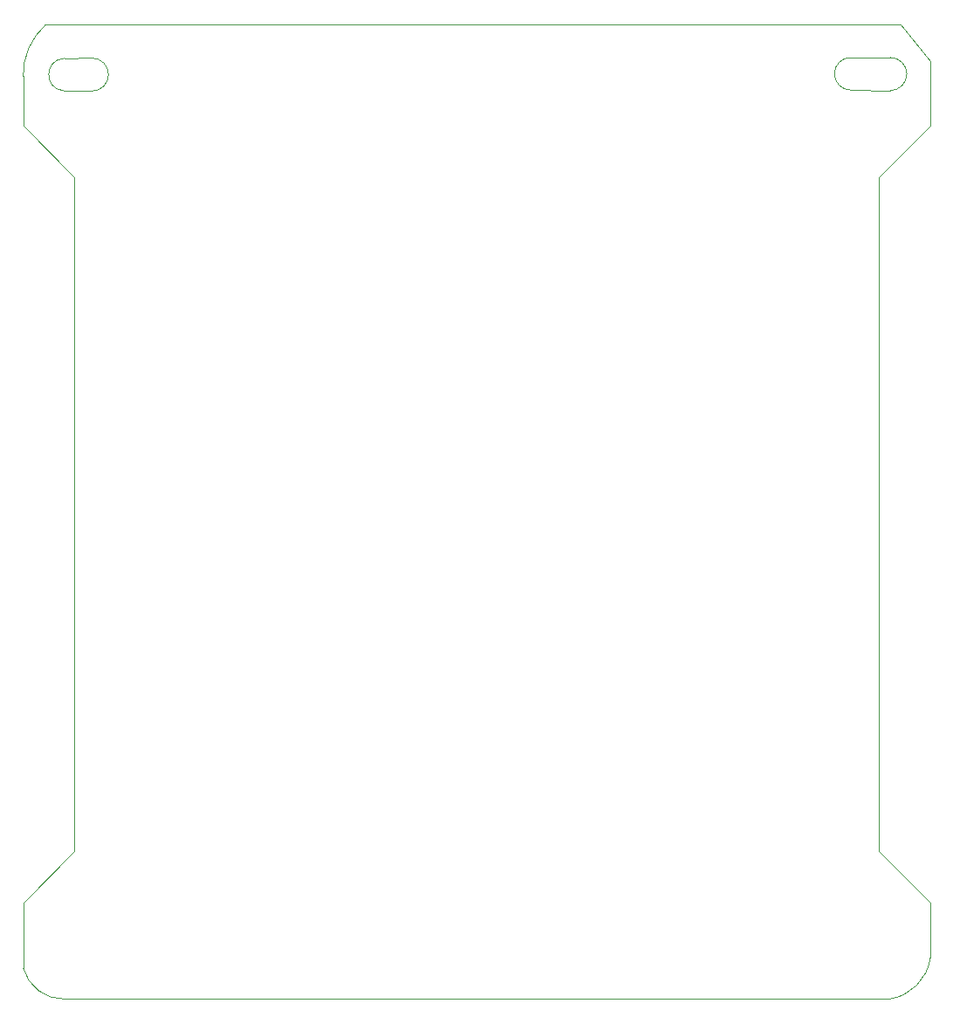
<source format=gbr>
%TF.GenerationSoftware,KiCad,Pcbnew,8.0.7*%
%TF.CreationDate,2025-03-06T17:29:40-08:00*%
%TF.ProjectId,FC_V5,46435f56-352e-46b6-9963-61645f706362,rev?*%
%TF.SameCoordinates,Original*%
%TF.FileFunction,Profile,NP*%
%FSLAX46Y46*%
G04 Gerber Fmt 4.6, Leading zero omitted, Abs format (unit mm)*
G04 Created by KiCad (PCBNEW 8.0.7) date 2025-03-06 17:29:40*
%MOMM*%
%LPD*%
G01*
G04 APERTURE LIST*
%TA.AperFunction,Profile*%
%ADD10C,0.100000*%
%TD*%
G04 APERTURE END LIST*
D10*
X147266164Y-53978713D02*
X150016362Y-54003722D01*
X197601362Y-47563722D02*
X223001362Y-47563722D01*
X143343200Y-52574400D02*
G75*
G02*
X145506701Y-47589224I6488800J146000D01*
G01*
X150016362Y-50803722D02*
G75*
G02*
X150016362Y-54003678I38J-1599978D01*
G01*
X223616362Y-53903722D02*
G75*
G02*
X223666338Y-50754470I38J1575022D01*
G01*
X143343200Y-134000000D02*
X143343200Y-132710000D01*
X143343200Y-139074400D02*
X143343200Y-134000000D01*
X147316139Y-50829506D02*
X150016362Y-50803722D01*
X143343200Y-57380000D02*
X143343200Y-52574400D01*
X145506720Y-47589245D02*
X149976362Y-47563722D01*
X231343200Y-133532000D02*
X231343200Y-132710000D01*
X227343200Y-142074400D02*
X147343200Y-142074400D01*
X223001362Y-47563722D02*
X228441362Y-47578722D01*
X227466362Y-50753722D02*
G75*
G02*
X227466362Y-53953678I38J-1599978D01*
G01*
X147266164Y-53978713D02*
G75*
G02*
X147316135Y-50829423I134136J1572913D01*
G01*
X231343200Y-132710000D02*
X226370000Y-127736800D01*
X147343200Y-142074400D02*
G75*
G02*
X143343247Y-139074387I-60600J4085800D01*
G01*
X197601362Y-47563722D02*
X196443600Y-47563722D01*
X143343200Y-132710000D02*
X148320000Y-127733200D01*
X185536362Y-47563722D02*
X149976362Y-47563722D01*
X185536362Y-47563722D02*
X186893200Y-47563722D01*
X186893200Y-47563722D02*
X196443600Y-47563722D01*
X223616362Y-53903722D02*
X227466362Y-53953722D01*
X143343200Y-57380000D02*
X148320000Y-62356800D01*
X226370000Y-62353200D02*
X226370000Y-127736800D01*
X231343200Y-57380000D02*
X226370000Y-62353200D01*
X231343200Y-56345522D02*
X231343200Y-57380000D01*
X231343200Y-56345522D02*
X231343200Y-51074400D01*
X228441362Y-47578722D02*
X231343200Y-51074400D01*
X231343200Y-133532000D02*
X231343200Y-138074400D01*
X227466362Y-50753722D02*
X223666337Y-50754515D01*
X148320000Y-127733200D02*
X148320000Y-62356800D01*
X231343200Y-138074400D02*
G75*
G02*
X227343200Y-142074400I-4618600J618600D01*
G01*
M02*

</source>
